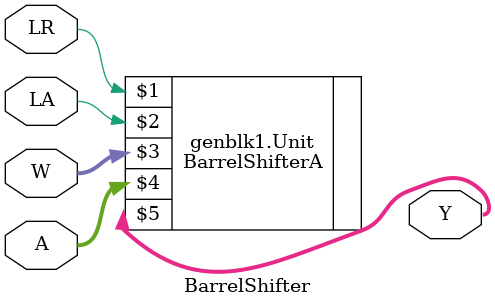
<source format=v>
module BarrelShifter #
(
    parameter TYPE = 0,
    parameter WIDTH = 32
)
(
    input  wire LR,
    input  wire LA,
    input  wire [$clog2(WIDTH) - 1 : 0] W,
    input  wire [WIDTH         - 1 : 0] A,
    output wire [WIDTH         - 1 : 0] Y
);

generate
    case(TYPE)
    0: BarrelShifterA #(WIDTH) Unit (LR, LA, W, A, Y);
    1: BarrelShifterB #(WIDTH) Unit (LR, LA, W, A, Y);
    2: BarrelShifterC #(WIDTH) Unit (LR, LA, W, A, Y);
    endcase
endgenerate

endmodule
</source>
